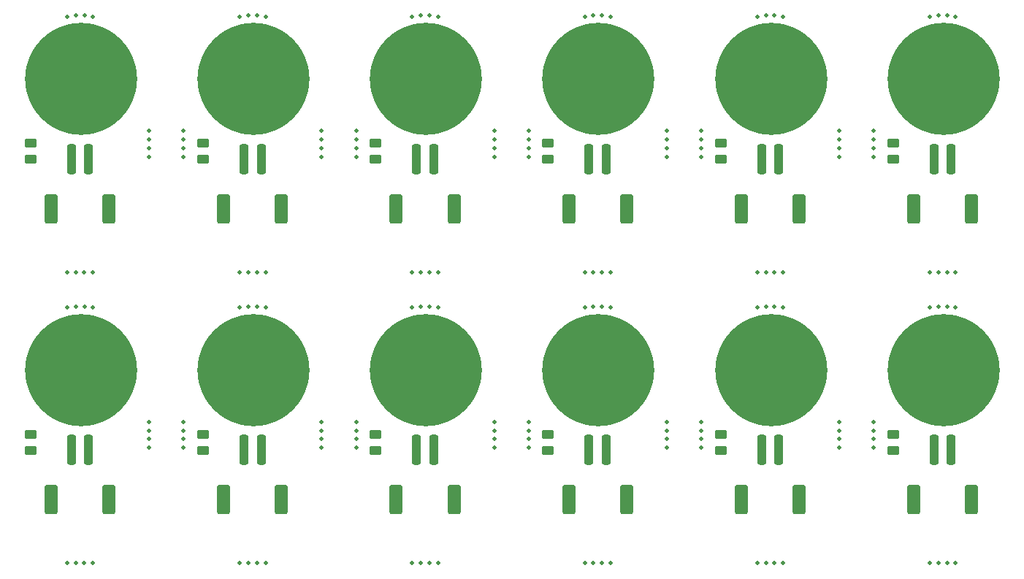
<source format=gbr>
%TF.GenerationSoftware,KiCad,Pcbnew,7.0.5*%
%TF.CreationDate,2024-01-10T15:42:08+00:00*%
%TF.ProjectId,TemperaturePCB_PANEL,54656d70-6572-4617-9475-72655043425f,rev?*%
%TF.SameCoordinates,Original*%
%TF.FileFunction,Soldermask,Top*%
%TF.FilePolarity,Negative*%
%FSLAX46Y46*%
G04 Gerber Fmt 4.6, Leading zero omitted, Abs format (unit mm)*
G04 Created by KiCad (PCBNEW 7.0.5) date 2024-01-10 15:42:08*
%MOMM*%
%LPD*%
G01*
G04 APERTURE LIST*
G04 Aperture macros list*
%AMRoundRect*
0 Rectangle with rounded corners*
0 $1 Rounding radius*
0 $2 $3 $4 $5 $6 $7 $8 $9 X,Y pos of 4 corners*
0 Add a 4 corners polygon primitive as box body*
4,1,4,$2,$3,$4,$5,$6,$7,$8,$9,$2,$3,0*
0 Add four circle primitives for the rounded corners*
1,1,$1+$1,$2,$3*
1,1,$1+$1,$4,$5*
1,1,$1+$1,$6,$7*
1,1,$1+$1,$8,$9*
0 Add four rect primitives between the rounded corners*
20,1,$1+$1,$2,$3,$4,$5,0*
20,1,$1+$1,$4,$5,$6,$7,0*
20,1,$1+$1,$6,$7,$8,$9,0*
20,1,$1+$1,$8,$9,$2,$3,0*%
G04 Aperture macros list end*
%ADD10C,0.500000*%
%ADD11RoundRect,0.250000X-0.250000X-1.500000X0.250000X-1.500000X0.250000X1.500000X-0.250000X1.500000X0*%
%ADD12RoundRect,0.250001X-0.499999X-1.449999X0.499999X-1.449999X0.499999X1.449999X-0.499999X1.449999X0*%
%ADD13RoundRect,0.250000X0.450000X-0.262500X0.450000X0.262500X-0.450000X0.262500X-0.450000X-0.262500X0*%
%ADD14C,0.900000*%
%ADD15C,13.000000*%
G04 APERTURE END LIST*
D10*
%TO.C,KiKit_MB_42_3*%
X190500000Y-74123756D03*
%TD*%
%TO.C,KiKit_MB_31_3*%
X146500000Y-75123756D03*
%TD*%
D11*
%TO.C,J1*%
X97500000Y-42647513D03*
X99500000Y-42647513D03*
D12*
X95150000Y-48397513D03*
X101850000Y-48397513D03*
%TD*%
D10*
%TO.C,KiKit_MB_31_2*%
X146500000Y-74123756D03*
%TD*%
%TO.C,KiKit_MB_39_3*%
X186500000Y-75123756D03*
%TD*%
%TO.C,KiKit_MB_16_1*%
X170500000Y-42373756D03*
%TD*%
%TO.C,KiKit_MB_23_1*%
X106500000Y-73123756D03*
%TD*%
%TO.C,KiKit_MB_13_3*%
X166500000Y-41373756D03*
%TD*%
%TO.C,KiKit_MB_7_3*%
X118000000Y-55747513D03*
%TD*%
%TO.C,KiKit_MB_10_4*%
X140000000Y-26141453D03*
%TD*%
%TO.C,KiKit_MB_16_2*%
X170500000Y-41373756D03*
%TD*%
%TO.C,KiKit_MB_37_1*%
X160000000Y-89497513D03*
%TD*%
%TO.C,KiKit_MB_20_2*%
X190500000Y-41373756D03*
%TD*%
%TO.C,KiKit_MB_10_1*%
X137000000Y-26141453D03*
%TD*%
%TO.C,KiKit_MB_10_2*%
X137997319Y-26015134D03*
%TD*%
%TO.C,KiKit_MB_33_2*%
X139000000Y-89497513D03*
%TD*%
%TO.C,KiKit_MB_32_3*%
X139002680Y-59765133D03*
%TD*%
D13*
%TO.C,TH1*%
X92750000Y-76410013D03*
X92750000Y-74585013D03*
%TD*%
D10*
%TO.C,KiKit_MB_36_1*%
X157000000Y-59891452D03*
%TD*%
%TO.C,KiKit_MB_28_4*%
X120000000Y-59891452D03*
%TD*%
%TO.C,KiKit_MB_29_3*%
X118000000Y-89497513D03*
%TD*%
%TO.C,KiKit_MB_1_4*%
X106500000Y-42373756D03*
%TD*%
%TO.C,KiKit_MB_17_4*%
X186500000Y-42373756D03*
%TD*%
%TO.C,KiKit_MB_39_2*%
X186500000Y-74123756D03*
%TD*%
%TO.C,KiKit_MB_31_1*%
X146500000Y-73123756D03*
%TD*%
%TO.C,KiKit_MB_14_1*%
X157000000Y-26141453D03*
%TD*%
%TO.C,KiKit_MB_18_2*%
X177997319Y-26015134D03*
%TD*%
%TO.C,KiKit_MB_10_3*%
X139002680Y-26015134D03*
%TD*%
%TO.C,KiKit_MB_12_1*%
X150500000Y-42373756D03*
%TD*%
%TO.C,KiKit_MB_43_1*%
X197000000Y-59891452D03*
%TD*%
%TO.C,KiKit_MB_8_1*%
X130500000Y-42373756D03*
%TD*%
%TO.C,KiKit_MB_35_1*%
X166500000Y-73123756D03*
%TD*%
D13*
%TO.C,TH1*%
X152750000Y-76410013D03*
X152750000Y-74585013D03*
%TD*%
D10*
%TO.C,KiKit_MB_11_3*%
X138000000Y-55747513D03*
%TD*%
%TO.C,KiKit_MB_25_2*%
X99000000Y-89497513D03*
%TD*%
%TO.C,KiKit_MB_28_2*%
X117997319Y-59765133D03*
%TD*%
%TO.C,KiKit_MB_39_1*%
X186500000Y-73123756D03*
%TD*%
D14*
%TO.C,H1*%
X113730887Y-67103400D03*
X115158741Y-63656254D03*
X115158741Y-70550546D03*
X118605887Y-62228400D03*
D15*
X118605887Y-67103400D03*
D14*
X118605887Y-71978400D03*
X122053033Y-63656254D03*
X122053033Y-70550546D03*
X123480887Y-67103400D03*
%TD*%
D10*
%TO.C,KiKit_MB_35_3*%
X166500000Y-75123756D03*
%TD*%
%TO.C,KiKit_MB_2_3*%
X99002680Y-26015134D03*
%TD*%
%TO.C,KiKit_MB_18_1*%
X177000000Y-26141453D03*
%TD*%
%TO.C,KiKit_MB_17_2*%
X186500000Y-40373757D03*
%TD*%
D11*
%TO.C,J1*%
X197500000Y-42647513D03*
X199500000Y-42647513D03*
D12*
X195150000Y-48397513D03*
X201850000Y-48397513D03*
%TD*%
D10*
%TO.C,KiKit_MB_33_3*%
X138000000Y-89497513D03*
%TD*%
D14*
%TO.C,H1*%
X153730887Y-33353400D03*
X155158741Y-29906254D03*
X155158741Y-36800546D03*
X158605887Y-28478400D03*
D15*
X158605887Y-33353400D03*
D14*
X158605887Y-38228400D03*
X162053033Y-29906254D03*
X162053033Y-36800546D03*
X163480887Y-33353400D03*
%TD*%
D13*
%TO.C,TH1*%
X132750000Y-42660013D03*
X132750000Y-40835013D03*
%TD*%
%TO.C,TH1*%
X112750000Y-76410013D03*
X112750000Y-74585013D03*
%TD*%
D10*
%TO.C,KiKit_MB_7_1*%
X120000000Y-55747513D03*
%TD*%
%TO.C,KiKit_MB_44_4*%
X197000000Y-89497513D03*
%TD*%
%TO.C,KiKit_MB_4_4*%
X110500000Y-39373757D03*
%TD*%
%TO.C,KiKit_MB_7_2*%
X119000000Y-55747513D03*
%TD*%
%TO.C,KiKit_MB_26_3*%
X110500000Y-74123756D03*
%TD*%
%TO.C,KiKit_MB_20_4*%
X190500000Y-39373757D03*
%TD*%
%TO.C,KiKit_MB_12_2*%
X150500000Y-41373756D03*
%TD*%
%TO.C,KiKit_MB_44_3*%
X198000000Y-89497513D03*
%TD*%
%TO.C,KiKit_MB_25_4*%
X97000000Y-89497513D03*
%TD*%
D11*
%TO.C,J1*%
X177500000Y-76397513D03*
X179500000Y-76397513D03*
D12*
X175150000Y-82147513D03*
X181850000Y-82147513D03*
%TD*%
D13*
%TO.C,TH1*%
X132750000Y-76410013D03*
X132750000Y-74585013D03*
%TD*%
D10*
%TO.C,KiKit_MB_23_3*%
X106500000Y-75123756D03*
%TD*%
%TO.C,KiKit_MB_22_4*%
X197000000Y-55747513D03*
%TD*%
%TO.C,KiKit_MB_30_4*%
X130500000Y-73123756D03*
%TD*%
%TO.C,KiKit_MB_30_2*%
X130500000Y-75123756D03*
%TD*%
%TO.C,KiKit_MB_11_2*%
X139000000Y-55747513D03*
%TD*%
%TO.C,KiKit_MB_9_1*%
X146500000Y-39373757D03*
%TD*%
%TO.C,KiKit_MB_41_1*%
X180000000Y-89497513D03*
%TD*%
D14*
%TO.C,H1*%
X173730887Y-33353400D03*
X175158741Y-29906254D03*
X175158741Y-36800546D03*
X178605887Y-28478400D03*
D15*
X178605887Y-33353400D03*
D14*
X178605887Y-38228400D03*
X182053033Y-29906254D03*
X182053033Y-36800546D03*
X183480887Y-33353400D03*
%TD*%
D13*
%TO.C,TH1*%
X112750000Y-42660013D03*
X112750000Y-40835013D03*
%TD*%
D10*
%TO.C,KiKit_MB_9_2*%
X146500000Y-40373757D03*
%TD*%
D14*
%TO.C,H1*%
X173730887Y-67103400D03*
X175158741Y-63656254D03*
X175158741Y-70550546D03*
X178605887Y-62228400D03*
D15*
X178605887Y-67103400D03*
D14*
X178605887Y-71978400D03*
X182053033Y-63656254D03*
X182053033Y-70550546D03*
X183480887Y-67103400D03*
%TD*%
D10*
%TO.C,KiKit_MB_4_3*%
X110500000Y-40373757D03*
%TD*%
%TO.C,KiKit_MB_40_3*%
X179002680Y-59765133D03*
%TD*%
%TO.C,KiKit_MB_15_4*%
X157000000Y-55747513D03*
%TD*%
%TO.C,KiKit_MB_38_1*%
X170500000Y-76123756D03*
%TD*%
%TO.C,KiKit_MB_34_1*%
X150500000Y-76123756D03*
%TD*%
%TO.C,KiKit_MB_38_3*%
X170500000Y-74123756D03*
%TD*%
D14*
%TO.C,H1*%
X93730887Y-33353400D03*
X95158741Y-29906254D03*
X95158741Y-36800546D03*
X98605887Y-28478400D03*
D15*
X98605887Y-33353400D03*
D14*
X98605887Y-38228400D03*
X102053033Y-29906254D03*
X102053033Y-36800546D03*
X103480887Y-33353400D03*
%TD*%
D10*
%TO.C,KiKit_MB_28_3*%
X119002680Y-59765133D03*
%TD*%
%TO.C,KiKit_MB_43_3*%
X199002680Y-59765133D03*
%TD*%
%TO.C,KiKit_MB_22_2*%
X199000000Y-55747513D03*
%TD*%
%TO.C,KiKit_MB_18_3*%
X179002680Y-26015134D03*
%TD*%
%TO.C,KiKit_MB_35_2*%
X166500000Y-74123756D03*
%TD*%
%TO.C,KiKit_MB_43_2*%
X197997319Y-59765133D03*
%TD*%
%TO.C,KiKit_MB_18_4*%
X180000000Y-26141453D03*
%TD*%
D14*
%TO.C,H1*%
X193730887Y-33353400D03*
X195158741Y-29906254D03*
X195158741Y-36800546D03*
X198605887Y-28478400D03*
D15*
X198605887Y-33353400D03*
D14*
X198605887Y-38228400D03*
X202053033Y-29906254D03*
X202053033Y-36800546D03*
X203480887Y-33353400D03*
%TD*%
D10*
%TO.C,KiKit_MB_24_3*%
X99002680Y-59765133D03*
%TD*%
%TO.C,KiKit_MB_1_1*%
X106500000Y-39373757D03*
%TD*%
%TO.C,KiKit_MB_32_4*%
X140000000Y-59891452D03*
%TD*%
D13*
%TO.C,TH1*%
X192750000Y-76410013D03*
X192750000Y-74585013D03*
%TD*%
D10*
%TO.C,KiKit_MB_41_3*%
X178000000Y-89497513D03*
%TD*%
%TO.C,KiKit_MB_29_4*%
X117000000Y-89497513D03*
%TD*%
%TO.C,KiKit_MB_13_2*%
X166500000Y-40373757D03*
%TD*%
%TO.C,KiKit_MB_1_2*%
X106500000Y-40373757D03*
%TD*%
%TO.C,KiKit_MB_30_3*%
X130500000Y-74123756D03*
%TD*%
%TO.C,KiKit_MB_3_2*%
X99000000Y-55747513D03*
%TD*%
%TO.C,KiKit_MB_41_2*%
X179000000Y-89497513D03*
%TD*%
%TO.C,KiKit_MB_36_3*%
X159002680Y-59765133D03*
%TD*%
%TO.C,KiKit_MB_8_4*%
X130500000Y-39373757D03*
%TD*%
%TO.C,KiKit_MB_23_4*%
X106500000Y-76123756D03*
%TD*%
%TO.C,KiKit_MB_26_4*%
X110500000Y-73123756D03*
%TD*%
%TO.C,KiKit_MB_40_1*%
X177000000Y-59891452D03*
%TD*%
%TO.C,KiKit_MB_25_1*%
X100000000Y-89497513D03*
%TD*%
%TO.C,KiKit_MB_6_2*%
X117997319Y-26015134D03*
%TD*%
%TO.C,KiKit_MB_3_4*%
X97000000Y-55747513D03*
%TD*%
D14*
%TO.C,H1*%
X193730887Y-67103400D03*
X195158741Y-63656254D03*
X195158741Y-70550546D03*
X198605887Y-62228400D03*
D15*
X198605887Y-67103400D03*
D14*
X198605887Y-71978400D03*
X202053033Y-63656254D03*
X202053033Y-70550546D03*
X203480887Y-67103400D03*
%TD*%
D10*
%TO.C,KiKit_MB_15_1*%
X160000000Y-55747513D03*
%TD*%
%TO.C,KiKit_MB_29_1*%
X120000000Y-89497513D03*
%TD*%
%TO.C,KiKit_MB_20_3*%
X190500000Y-40373757D03*
%TD*%
%TO.C,KiKit_MB_19_2*%
X179000000Y-55747513D03*
%TD*%
%TO.C,KiKit_MB_44_1*%
X200000000Y-89497513D03*
%TD*%
%TO.C,KiKit_MB_38_2*%
X170500000Y-75123756D03*
%TD*%
%TO.C,KiKit_MB_1_3*%
X106500000Y-41373756D03*
%TD*%
D11*
%TO.C,J1*%
X117500000Y-42647513D03*
X119500000Y-42647513D03*
D12*
X115150000Y-48397513D03*
X121850000Y-48397513D03*
%TD*%
D10*
%TO.C,KiKit_MB_27_4*%
X126500000Y-76123756D03*
%TD*%
%TO.C,KiKit_MB_35_4*%
X166500000Y-76123756D03*
%TD*%
%TO.C,KiKit_MB_40_4*%
X180000000Y-59891452D03*
%TD*%
D14*
%TO.C,H1*%
X133730887Y-33353400D03*
X135158741Y-29906254D03*
X135158741Y-36800546D03*
X138605887Y-28478400D03*
D15*
X138605887Y-33353400D03*
D14*
X138605887Y-38228400D03*
X142053033Y-29906254D03*
X142053033Y-36800546D03*
X143480887Y-33353400D03*
%TD*%
D10*
%TO.C,KiKit_MB_5_2*%
X126500000Y-40373757D03*
%TD*%
%TO.C,KiKit_MB_37_3*%
X158000000Y-89497513D03*
%TD*%
%TO.C,KiKit_MB_27_1*%
X126500000Y-73123756D03*
%TD*%
D11*
%TO.C,J1*%
X177500000Y-42647513D03*
X179500000Y-42647513D03*
D12*
X175150000Y-48397513D03*
X181850000Y-48397513D03*
%TD*%
D10*
%TO.C,KiKit_MB_16_4*%
X170500000Y-39373757D03*
%TD*%
%TO.C,KiKit_MB_31_4*%
X146500000Y-76123756D03*
%TD*%
%TO.C,KiKit_MB_3_3*%
X98000000Y-55747513D03*
%TD*%
%TO.C,KiKit_MB_9_3*%
X146500000Y-41373756D03*
%TD*%
%TO.C,KiKit_MB_27_3*%
X126500000Y-75123756D03*
%TD*%
%TO.C,KiKit_MB_37_2*%
X159000000Y-89497513D03*
%TD*%
%TO.C,KiKit_MB_43_4*%
X200000000Y-59891452D03*
%TD*%
%TO.C,KiKit_MB_27_2*%
X126500000Y-74123756D03*
%TD*%
%TO.C,KiKit_MB_34_2*%
X150500000Y-75123756D03*
%TD*%
%TO.C,KiKit_MB_17_3*%
X186500000Y-41373756D03*
%TD*%
%TO.C,KiKit_MB_4_2*%
X110500000Y-41373756D03*
%TD*%
%TO.C,KiKit_MB_11_1*%
X140000000Y-55747513D03*
%TD*%
%TO.C,KiKit_MB_8_3*%
X130500000Y-40373757D03*
%TD*%
D13*
%TO.C,TH1*%
X172750000Y-76410013D03*
X172750000Y-74585013D03*
%TD*%
D10*
%TO.C,KiKit_MB_33_4*%
X137000000Y-89497513D03*
%TD*%
D11*
%TO.C,J1*%
X157500000Y-76397513D03*
X159500000Y-76397513D03*
D12*
X155150000Y-82147513D03*
X161850000Y-82147513D03*
%TD*%
D10*
%TO.C,KiKit_MB_13_4*%
X166500000Y-42373756D03*
%TD*%
%TO.C,KiKit_MB_38_4*%
X170500000Y-73123756D03*
%TD*%
%TO.C,KiKit_MB_12_3*%
X150500000Y-40373757D03*
%TD*%
%TO.C,KiKit_MB_36_4*%
X160000000Y-59891452D03*
%TD*%
%TO.C,KiKit_MB_29_2*%
X119000000Y-89497513D03*
%TD*%
%TO.C,KiKit_MB_21_2*%
X197997319Y-26015134D03*
%TD*%
%TO.C,KiKit_MB_24_4*%
X99999999Y-59891452D03*
%TD*%
%TO.C,KiKit_MB_28_1*%
X117000000Y-59891452D03*
%TD*%
D11*
%TO.C,J1*%
X197500000Y-76397513D03*
X199500000Y-76397513D03*
D12*
X195150000Y-82147513D03*
X201850000Y-82147513D03*
%TD*%
D10*
%TO.C,KiKit_MB_32_1*%
X137000000Y-59891452D03*
%TD*%
%TO.C,KiKit_MB_14_3*%
X159002680Y-26015134D03*
%TD*%
%TO.C,KiKit_MB_16_3*%
X170500000Y-40373757D03*
%TD*%
D13*
%TO.C,TH1*%
X152750000Y-42660013D03*
X152750000Y-40835013D03*
%TD*%
D10*
%TO.C,KiKit_MB_44_2*%
X199000000Y-89497513D03*
%TD*%
%TO.C,KiKit_MB_34_4*%
X150500000Y-73123756D03*
%TD*%
%TO.C,KiKit_MB_19_3*%
X178000000Y-55747513D03*
%TD*%
%TO.C,KiKit_MB_2_2*%
X97997320Y-26015134D03*
%TD*%
D14*
%TO.C,H1*%
X113730887Y-33353400D03*
X115158741Y-29906254D03*
X115158741Y-36800546D03*
X118605887Y-28478400D03*
D15*
X118605887Y-33353400D03*
D14*
X118605887Y-38228400D03*
X122053033Y-29906254D03*
X122053033Y-36800546D03*
X123480887Y-33353400D03*
%TD*%
D10*
%TO.C,KiKit_MB_41_4*%
X177000000Y-89497513D03*
%TD*%
%TO.C,KiKit_MB_5_1*%
X126500000Y-39373757D03*
%TD*%
%TO.C,KiKit_MB_13_1*%
X166500000Y-39373757D03*
%TD*%
%TO.C,KiKit_MB_6_3*%
X119002680Y-26015134D03*
%TD*%
D11*
%TO.C,J1*%
X157500000Y-42647513D03*
X159500000Y-42647513D03*
D12*
X155150000Y-48397513D03*
X161850000Y-48397513D03*
%TD*%
D10*
%TO.C,KiKit_MB_26_1*%
X110500000Y-76123756D03*
%TD*%
%TO.C,KiKit_MB_20_1*%
X190500000Y-42373756D03*
%TD*%
%TO.C,KiKit_MB_17_1*%
X186500000Y-39373757D03*
%TD*%
%TO.C,KiKit_MB_11_4*%
X137000000Y-55747513D03*
%TD*%
%TO.C,KiKit_MB_36_2*%
X157997319Y-59765133D03*
%TD*%
D14*
%TO.C,H1*%
X153730887Y-67103400D03*
X155158741Y-63656254D03*
X155158741Y-70550546D03*
X158605887Y-62228400D03*
D15*
X158605887Y-67103400D03*
D14*
X158605887Y-71978400D03*
X162053033Y-63656254D03*
X162053033Y-70550546D03*
X163480887Y-67103400D03*
%TD*%
D10*
%TO.C,KiKit_MB_2_1*%
X97000000Y-26141453D03*
%TD*%
%TO.C,KiKit_MB_21_3*%
X199002680Y-26015134D03*
%TD*%
%TO.C,KiKit_MB_5_3*%
X126500000Y-41373756D03*
%TD*%
%TO.C,KiKit_MB_22_1*%
X200000000Y-55747513D03*
%TD*%
%TO.C,KiKit_MB_8_2*%
X130500000Y-41373756D03*
%TD*%
%TO.C,KiKit_MB_23_2*%
X106500000Y-74123756D03*
%TD*%
%TO.C,KiKit_MB_22_3*%
X198000000Y-55747513D03*
%TD*%
%TO.C,KiKit_MB_15_3*%
X158000000Y-55747513D03*
%TD*%
%TO.C,KiKit_MB_39_4*%
X186500000Y-76123756D03*
%TD*%
%TO.C,KiKit_MB_6_1*%
X117000000Y-26141453D03*
%TD*%
%TO.C,KiKit_MB_26_2*%
X110500000Y-75123756D03*
%TD*%
%TO.C,KiKit_MB_32_2*%
X137997319Y-59765133D03*
%TD*%
%TO.C,KiKit_MB_21_4*%
X200000000Y-26141453D03*
%TD*%
%TO.C,KiKit_MB_5_4*%
X126500000Y-42373756D03*
%TD*%
%TO.C,KiKit_MB_30_1*%
X130500000Y-76123756D03*
%TD*%
D11*
%TO.C,J1*%
X137500000Y-76397513D03*
X139500000Y-76397513D03*
D12*
X135150000Y-82147513D03*
X141850000Y-82147513D03*
%TD*%
D10*
%TO.C,KiKit_MB_24_2*%
X97997320Y-59765133D03*
%TD*%
%TO.C,KiKit_MB_19_1*%
X180000000Y-55747513D03*
%TD*%
%TO.C,KiKit_MB_14_4*%
X160000000Y-26141453D03*
%TD*%
%TO.C,KiKit_MB_40_2*%
X177997319Y-59765133D03*
%TD*%
%TO.C,KiKit_MB_3_1*%
X100000000Y-55747513D03*
%TD*%
%TO.C,KiKit_MB_9_4*%
X146500000Y-42373756D03*
%TD*%
%TO.C,KiKit_MB_25_3*%
X98000000Y-89497513D03*
%TD*%
%TO.C,KiKit_MB_6_4*%
X120000000Y-26141453D03*
%TD*%
%TO.C,KiKit_MB_19_4*%
X177000000Y-55747513D03*
%TD*%
%TO.C,KiKit_MB_42_2*%
X190500000Y-75123756D03*
%TD*%
D11*
%TO.C,J1*%
X137500000Y-42647513D03*
X139500000Y-42647513D03*
D12*
X135150000Y-48397513D03*
X141850000Y-48397513D03*
%TD*%
D10*
%TO.C,KiKit_MB_37_4*%
X157000000Y-89497513D03*
%TD*%
%TO.C,KiKit_MB_34_3*%
X150500000Y-74123756D03*
%TD*%
%TO.C,KiKit_MB_15_2*%
X159000000Y-55747513D03*
%TD*%
D14*
%TO.C,H1*%
X133730887Y-67103400D03*
X135158741Y-63656254D03*
X135158741Y-70550546D03*
X138605887Y-62228400D03*
D15*
X138605887Y-67103400D03*
D14*
X138605887Y-71978400D03*
X142053033Y-63656254D03*
X142053033Y-70550546D03*
X143480887Y-67103400D03*
%TD*%
D10*
%TO.C,KiKit_MB_42_1*%
X190500000Y-76123756D03*
%TD*%
%TO.C,KiKit_MB_7_4*%
X117000000Y-55747513D03*
%TD*%
D14*
%TO.C,H1*%
X93730887Y-67103400D03*
X95158741Y-63656254D03*
X95158741Y-70550546D03*
X98605887Y-62228400D03*
D15*
X98605887Y-67103400D03*
D14*
X98605887Y-71978400D03*
X102053033Y-63656254D03*
X102053033Y-70550546D03*
X103480887Y-67103400D03*
%TD*%
D10*
%TO.C,KiKit_MB_42_4*%
X190500000Y-73123756D03*
%TD*%
%TO.C,KiKit_MB_12_4*%
X150500000Y-39373757D03*
%TD*%
D11*
%TO.C,J1*%
X117500000Y-76397513D03*
X119500000Y-76397513D03*
D12*
X115150000Y-82147513D03*
X121850000Y-82147513D03*
%TD*%
D10*
%TO.C,KiKit_MB_24_1*%
X97000000Y-59891452D03*
%TD*%
%TO.C,KiKit_MB_4_1*%
X110500000Y-42373756D03*
%TD*%
D13*
%TO.C,TH1*%
X192750000Y-42660013D03*
X192750000Y-40835013D03*
%TD*%
D10*
%TO.C,KiKit_MB_14_2*%
X157997319Y-26015134D03*
%TD*%
D13*
%TO.C,TH1*%
X172750000Y-42660013D03*
X172750000Y-40835013D03*
%TD*%
D10*
%TO.C,KiKit_MB_2_4*%
X99999999Y-26141453D03*
%TD*%
D11*
%TO.C,J1*%
X97500000Y-76397513D03*
X99500000Y-76397513D03*
D12*
X95150000Y-82147513D03*
X101850000Y-82147513D03*
%TD*%
D10*
%TO.C,KiKit_MB_33_1*%
X140000000Y-89497513D03*
%TD*%
D13*
%TO.C,TH1*%
X92750000Y-42660013D03*
X92750000Y-40835013D03*
%TD*%
D10*
%TO.C,KiKit_MB_21_1*%
X197000000Y-26141453D03*
%TD*%
M02*

</source>
